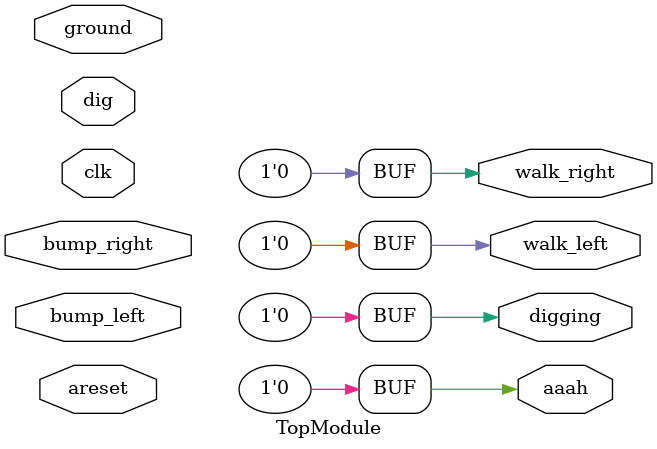
<source format=v>
module TopModule (
  input clk,
  input areset,
  input bump_left,
  input bump_right,
  input ground,
  input dig,
  output walk_left,
  output walk_right,
  output aaah,
  output digging
);

  // Module body - leave empty or add minimal initialization
  // Example:
  assign walk_left = 0;
  assign walk_right = 0;
  assign aaah = 0;
  assign digging = 0;

endmodule
</source>
